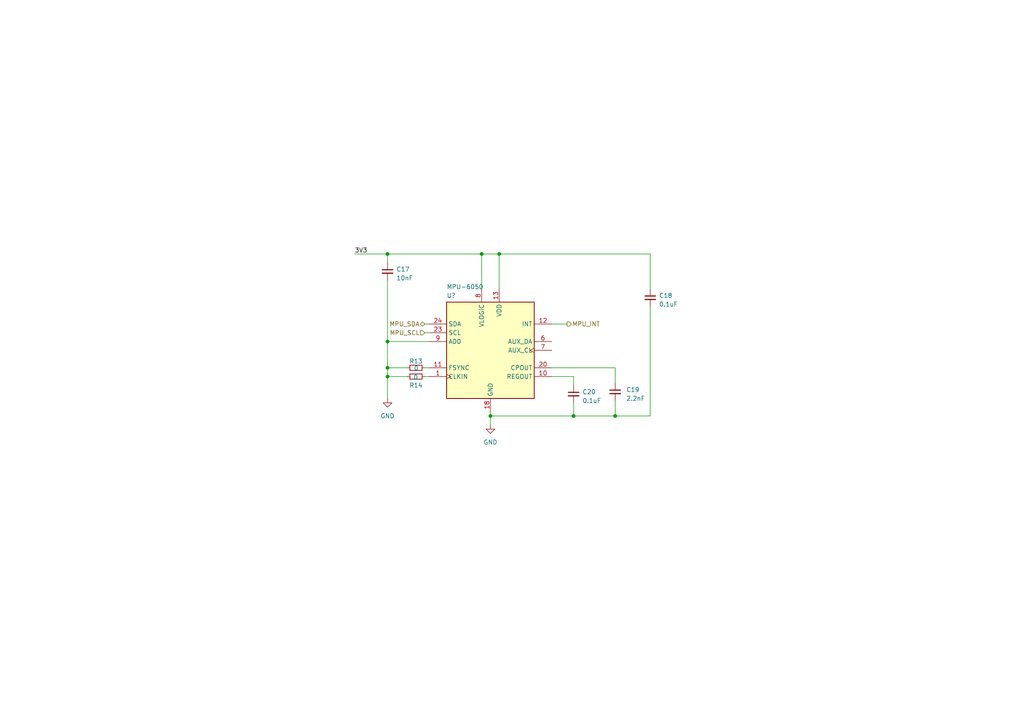
<source format=kicad_sch>
(kicad_sch (version 20230121) (generator eeschema)
  (paper "A4")
  (lib_symbols
    (symbol "Device:C_Small" (pin_numbers hide) (pin_names (offset 0.254) hide)
      (property "Reference" "C" (at 0.254 1.778 0))
      (property "Value" "C_Small" (at 0.254 -2.032 0))
      (symbol "C_Small_0_1"
        (polyline (pts (xy -1.524 -0.508) (xy 1.524 -0.508)) (stroke (width 0.3302)))
        (polyline (pts (xy -1.524 0.508) (xy 1.524 0.508)) (stroke (width 0.3048)))
      )
      (symbol "C_Small_1_1"
        (pin passive line (at 0 2.54 270) (length 2.032) (name "~") (number "1"))
        (pin passive line (at 0 -2.54 90) (length 2.032) (name "~") (number "2"))
      )
    )
    (symbol "Device:R_Small" (pin_numbers hide) (pin_names (offset 0.254) hide)
      (property "Reference" "R" (at 0.762 0.508 0))
      (property "Value" "R_Small" (at 0.762 -1.016 0))
      (symbol "R_Small_0_1"
        (rectangle (start -0.762 1.778) (end 0.762 -1.778) (stroke (width 0.2032)))
      )
      (symbol "R_Small_1_1"
        (pin passive line (at 0 2.54 270) (length 0.762) (name "~") (number "1"))
        (pin passive line (at 0 -2.54 90) (length 0.762) (name "~") (number "2"))
      )
    )
    (symbol "Sensor_Motion:MPU-6050"
      (property "Reference" "U" (at -11.43 13.97 0))
      (property "Value" "MPU-6050" (at 7.62 -15.24 0))
      (symbol "MPU-6050_0_0"
        (text "" (at 12.7 -2.54 0) (effects (font (size 1.27 1.27))))
      )
      (symbol "MPU-6050_0_1"
        (rectangle (start -12.7 13.97) (end 12.7 -13.97) (stroke (width 0.254)) (fill (type background)))
      )
      (symbol "MPU-6050_1_1"
        (pin input clock (at -17.78 -7.62 0) (length 5.08) (name "CLKIN") (number "1"))
        (pin passive line (at 17.78 -7.62 180) (length 5.08) (name "REGOUT") (number "10"))
        (pin input line (at -17.78 -5.08 0) (length 5.08) (name "FSYNC") (number "11"))
        (pin output line (at 17.78 7.62 180) (length 5.08) (name "INT") (number "12"))
        (pin power_in line (at 2.54 17.78 270) (length 3.81) (name "VDD") (number "13"))
        (pin no_connect line (at -12.7 -10.16 0) (length 2.54) hide (name "NC") (number "14"))
        (pin no_connect line (at 12.7 12.7 180) (length 2.54) hide (name "NC") (number "15"))
        (pin no_connect line (at 12.7 10.16 180) (length 2.54) hide (name "NC") (number "16"))
        (pin no_connect line (at 12.7 5.08 180) (length 2.54) hide (name "NC") (number "17"))
        (pin power_in line (at 0 -17.78 90) (length 3.81) (name "GND") (number "18"))
        (pin no_connect line (at 12.7 -10.16 180) (length 2.54) hide (name "RESV") (number "19"))
        (pin no_connect line (at -12.7 12.7 0) (length 2.54) hide (name "NC") (number "2"))
        (pin passive line (at 17.78 -5.08 180) (length 5.08) (name "CPOUT") (number "20"))
        (pin no_connect line (at 12.7 -2.54 180) (length 2.54) hide (name "RESV") (number "21"))
        (pin no_connect line (at 12.7 -12.7 180) (length 2.54) hide (name "RESV") (number "22"))
        (pin input line (at -17.78 5.08 0) (length 5.08) (name "SCL") (number "23"))
        (pin bidirectional line (at -17.78 7.62 0) (length 5.08) (name "SDA") (number "24"))
        (pin no_connect line (at -12.7 10.16 0) (length 2.54) hide (name "NC") (number "3"))
        (pin no_connect line (at -12.7 0 0) (length 2.54) hide (name "NC") (number "4"))
        (pin no_connect line (at -12.7 -2.54 0) (length 2.54) hide (name "NC") (number "5"))
        (pin bidirectional line (at 17.78 2.54 180) (length 5.08) (name "AUX_DA") (number "6"))
        (pin output clock (at 17.78 0 180) (length 5.08) (name "AUX_CL") (number "7"))
        (pin power_in line (at -2.54 17.78 270) (length 3.81) (name "VLOGIC") (number "8"))
        (pin input line (at -17.78 2.54 0) (length 5.08) (name "AD0") (number "9"))
      )
    )
    (symbol "power:GND" (power) (pin_names (offset 0))
      (property "Value" "GND" (at 0 -3.81 0))
      (symbol "GND_0_1"
        (polyline (pts (xy 0 0) (xy 0 -1.27) (xy 1.27 -1.27) (xy 0 -2.54) (xy -1.27 -1.27) (xy 0 -1.27)))
      )
      (symbol "GND_1_1"
        (pin power_in line (at 0 0 270) (length 0) hide (name "GND") (number "1"))
      )
    )
  )
  (junction (at 144.78 73.66))
  (junction (at 112.395 109.22))
  (junction (at 112.395 73.66))
  (junction (at 112.395 106.68))
  (junction (at 142.24 120.65))
  (junction (at 112.395 99.06))
  (junction (at 166.37 120.65))
  (junction (at 139.7 73.66))
  (junction (at 178.435 120.65))
  (wire (pts (xy 160.02 93.98) (xy 164.465 93.98)))
  (wire (pts (xy 112.395 81.28) (xy 112.395 99.06)))
  (wire (pts (xy 102.87 73.66) (xy 112.395 73.66)))
  (wire (pts (xy 178.435 116.205) (xy 178.435 120.65)))
  (wire (pts (xy 178.435 106.68) (xy 178.435 111.125)))
  (wire (pts (xy 112.395 73.66) (xy 139.7 73.66)))
  (wire (pts (xy 144.78 73.66) (xy 144.78 83.82)))
  (wire (pts (xy 123.19 109.22) (xy 124.46 109.22)))
  (wire (pts (xy 142.24 119.38) (xy 142.24 120.65)))
  (wire (pts (xy 139.7 83.82) (xy 139.7 73.66)))
  (wire (pts (xy 112.395 109.22) (xy 112.395 115.57)))
  (wire (pts (xy 188.595 120.65) (xy 178.435 120.65)))
  (wire (pts (xy 160.02 106.68) (xy 178.435 106.68)))
  (wire (pts (xy 124.46 106.68) (xy 123.19 106.68)))
  (wire (pts (xy 142.24 120.65) (xy 166.37 120.65)))
  (wire (pts (xy 144.78 73.66) (xy 188.595 73.66)))
  (wire (pts (xy 166.37 116.84) (xy 166.37 120.65)))
  (wire (pts (xy 124.46 96.52) (xy 123.19 96.52)))
  (wire (pts (xy 142.24 120.65) (xy 142.24 123.19)))
  (wire (pts (xy 178.435 120.65) (xy 166.37 120.65)))
  (wire (pts (xy 123.19 93.98) (xy 124.46 93.98)))
  (wire (pts (xy 188.595 88.9) (xy 188.595 120.65)))
  (wire (pts (xy 166.37 109.22) (xy 166.37 111.76)))
  (wire (pts (xy 112.395 73.66) (xy 112.395 76.2)))
  (wire (pts (xy 112.395 109.22) (xy 118.11 109.22)))
  (wire (pts (xy 112.395 99.06) (xy 112.395 106.68)))
  (wire (pts (xy 160.02 109.22) (xy 166.37 109.22)))
  (wire (pts (xy 188.595 83.82) (xy 188.595 73.66)))
  (wire (pts (xy 112.395 106.68) (xy 118.11 106.68)))
  (wire (pts (xy 124.46 99.06) (xy 112.395 99.06)))
  (wire (pts (xy 139.7 73.66) (xy 144.78 73.66)))
  (wire (pts (xy 112.395 109.22) (xy 112.395 106.68)))
  (label "3V3" (at 102.87 73.66 0))
  (hierarchical_label "MPU_SDA" (shape bidirectional) (at 123.19 93.98 180))
  (hierarchical_label "MPU_SCL" (shape input) (at 123.19 96.52 180))
  (hierarchical_label "MPU_INT" (shape output) (at 164.465 93.98 0))
  (symbol (lib_id "Device:C_Small") (at 188.595 86.36 0) (unit 1)
    (property "Reference" "C18" (at 191.135 85.7313 0) (effects (justify left)))
    (property "Value" "0.1uF" (at 191.135 88.2713 0) (effects (justify left)))
  )
  (symbol (lib_id "Device:C_Small") (at 112.395 78.74 0) (unit 1)
    (property "Reference" "C17" (at 114.935 78.1113 0) (effects (justify left)))
    (property "Value" "10nF" (at 114.935 80.6513 0) (effects (justify left)))
  )
  (symbol (lib_id "Device:C_Small") (at 178.435 113.665 0) (unit 1)
    (property "Reference" "C19" (at 181.61 113.0363 0) (effects (justify left)))
    (property "Value" "2.2nF" (at 181.61 115.5763 0) (effects (justify left)))
  )
  (symbol (lib_id "Device:C_Small") (at 166.37 114.3 0) (unit 1)
    (property "Reference" "C20" (at 168.91 113.6713 0) (effects (justify left)))
    (property "Value" "0.1uF" (at 168.91 116.2113 0) (effects (justify left)))
  )
  (symbol (lib_id "power:GND") (at 142.24 123.19 0) (unit 1)
    (property "Reference" "#PWR016" (effects hide))
    (property "Value" "GND" (at 142.24 128.27 0))
  )
  (symbol (lib_id "Device:R_Small") (at 120.65 109.22 90) (unit 1)
    (property "Reference" "R14" (at 120.65 111.76 90))
    (property "Value" "0" (at 120.5908 109.4172 90))
  )
  (symbol (lib_id "power:GND") (at 112.395 115.57 0) (unit 1)
    (property "Reference" "#PWR015" (effects hide))
    (property "Value" "GND" (at 112.395 120.65 0))
  )
  (symbol (lib_id "Sensor_Motion:MPU-6050") (at 142.24 101.6 0) (unit 1)
    (property "Reference" "U?" (at 129.54 85.725 0) (effects (justify left)))
    (property "Value" "MPU-6050" (at 129.54 83.185 0) (effects (justify left)))
    (property "Footprint" "Sensor_Motion:InvenSense_QFN-24_4x4mm_P0.5mm" (effects hide))
    (property "Datasheet" "https://invensense.tdk.com/wp-content/uploads/2015/02/MPU-6000-Datasheet1.pdf" (effects hide))
    (instances (project "BEEWATCH" (path "" (reference "U?") (unit 1)) (path "" (reference "U4") (unit 1))))
  )
  (symbol (lib_id "Device:R_Small") (at 120.65 106.68 90) (unit 1)
    (property "Reference" "R13" (at 120.65 104.775 90))
    (property "Value" "0" (at 120.724 106.7874 90))
  )
)
</source>
